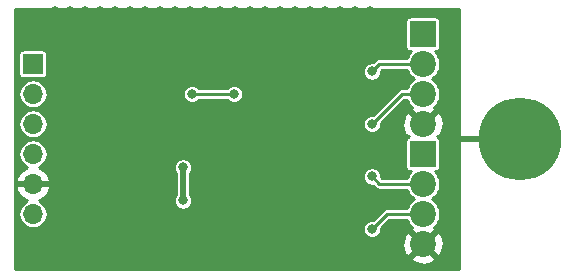
<source format=gbr>
G04 #@! TF.GenerationSoftware,KiCad,Pcbnew,5.1.2-f72e74a~84~ubuntu18.04.1*
G04 #@! TF.CreationDate,2019-06-21T19:35:54+10:00*
G04 #@! TF.ProjectId,axis-encoder,61786973-2d65-46e6-936f-6465722e6b69,21/06/19*
G04 #@! TF.SameCoordinates,Original*
G04 #@! TF.FileFunction,Copper,L2,Bot*
G04 #@! TF.FilePolarity,Positive*
%FSLAX46Y46*%
G04 Gerber Fmt 4.6, Leading zero omitted, Abs format (unit mm)*
G04 Created by KiCad (PCBNEW 5.1.2-f72e74a~84~ubuntu18.04.1) date 2019-06-21 19:35:54*
%MOMM*%
%LPD*%
G04 APERTURE LIST*
%ADD10C,7.000000*%
%ADD11C,0.800000*%
%ADD12R,1.700000X1.700000*%
%ADD13O,1.700000X1.700000*%
%ADD14R,2.200000X2.200000*%
%ADD15C,2.200000*%
%ADD16C,0.500000*%
%ADD17C,0.250000*%
%ADD18C,0.254000*%
G04 APERTURE END LIST*
D10*
X165100000Y-97790000D03*
D11*
X167725000Y-97790000D03*
X166956155Y-99646155D03*
X165100000Y-100415000D03*
X163243845Y-99646155D03*
X162475000Y-97790000D03*
X163243845Y-95933845D03*
X165100000Y-95165000D03*
X166956155Y-95933845D03*
D12*
X123825000Y-91440000D03*
D13*
X123825000Y-93980000D03*
X123825000Y-96520000D03*
X123825000Y-99060000D03*
X123825000Y-101600000D03*
X123825000Y-104140000D03*
D14*
X156845000Y-88900000D03*
D15*
X156845000Y-91440000D03*
X156845000Y-93980000D03*
X156845000Y-96520000D03*
X156845000Y-106680000D03*
X156845000Y-104140000D03*
X156845000Y-101600000D03*
D14*
X156845000Y-99060000D03*
D11*
X133350000Y-86995000D03*
X134620000Y-86995000D03*
X135890000Y-86995000D03*
X137160000Y-86995000D03*
X138430000Y-86995000D03*
X139700000Y-86995000D03*
X140970000Y-86995000D03*
X142240000Y-86995000D03*
X143510000Y-86995000D03*
X144780000Y-86995000D03*
X146050000Y-86995000D03*
X147320000Y-86995000D03*
X148590000Y-86995000D03*
X149860000Y-86995000D03*
X151130000Y-86995000D03*
X152400000Y-86995000D03*
X125730000Y-86995000D03*
X128270000Y-86995000D03*
X129540000Y-86995000D03*
X130810000Y-86995000D03*
X132080000Y-86995000D03*
X147955000Y-105410000D03*
X147955000Y-100965000D03*
X147955000Y-96520000D03*
X147955000Y-92075000D03*
X139065000Y-98425000D03*
X145415000Y-94742000D03*
X146050000Y-104140000D03*
X128778000Y-92710000D03*
X128778000Y-95250000D03*
X128778000Y-97790000D03*
X128778000Y-100330000D03*
X137795000Y-106680000D03*
X144145000Y-99060000D03*
X127000000Y-86995000D03*
X126365000Y-106045000D03*
X135001000Y-106807000D03*
X139065000Y-89281000D03*
X140843000Y-93980000D03*
X137287000Y-93980000D03*
X136525000Y-100203000D03*
X136525000Y-102997000D03*
X152527000Y-100965000D03*
X152527000Y-105410000D03*
X152527000Y-92075000D03*
X152527000Y-96520000D03*
D16*
X162475000Y-97790000D02*
X158750000Y-97790000D01*
D17*
X137287000Y-93980000D02*
X140843000Y-93980000D01*
D16*
X136525000Y-102997000D02*
X136525000Y-100203000D01*
D17*
X153162000Y-101600000D02*
X152527000Y-100965000D01*
X156845000Y-101600000D02*
X153162000Y-101600000D01*
X153797000Y-104140000D02*
X152527000Y-105410000D01*
X156845000Y-104140000D02*
X153797000Y-104140000D01*
X153162000Y-91440000D02*
X152527000Y-92075000D01*
X156845000Y-91440000D02*
X153162000Y-91440000D01*
X155067000Y-93980000D02*
X152527000Y-96520000D01*
X156845000Y-93980000D02*
X155067000Y-93980000D01*
D18*
G36*
X159893000Y-108793000D02*
G01*
X122322000Y-108793000D01*
X122322000Y-107886712D01*
X155817893Y-107886712D01*
X155925726Y-108161338D01*
X156232384Y-108312216D01*
X156562585Y-108400369D01*
X156903639Y-108422409D01*
X157242439Y-108377489D01*
X157565966Y-108267336D01*
X157764274Y-108161338D01*
X157872107Y-107886712D01*
X156845000Y-106859605D01*
X155817893Y-107886712D01*
X122322000Y-107886712D01*
X122322000Y-106738639D01*
X155102591Y-106738639D01*
X155147511Y-107077439D01*
X155257664Y-107400966D01*
X155363662Y-107599274D01*
X155638288Y-107707107D01*
X156665395Y-106680000D01*
X157024605Y-106680000D01*
X158051712Y-107707107D01*
X158326338Y-107599274D01*
X158477216Y-107292616D01*
X158565369Y-106962415D01*
X158587409Y-106621361D01*
X158542489Y-106282561D01*
X158432336Y-105959034D01*
X158326338Y-105760726D01*
X158051712Y-105652893D01*
X157024605Y-106680000D01*
X156665395Y-106680000D01*
X155638288Y-105652893D01*
X155363662Y-105760726D01*
X155212784Y-106067384D01*
X155124631Y-106397585D01*
X155102591Y-106738639D01*
X122322000Y-106738639D01*
X122322000Y-101956890D01*
X122383524Y-101956890D01*
X122428175Y-102104099D01*
X122553359Y-102366920D01*
X122727412Y-102600269D01*
X122943645Y-102795178D01*
X123193748Y-102944157D01*
X123353488Y-103000821D01*
X123353176Y-103000916D01*
X123140017Y-103114851D01*
X122953183Y-103268183D01*
X122799851Y-103455017D01*
X122685916Y-103668176D01*
X122615755Y-103899466D01*
X122592064Y-104140000D01*
X122615755Y-104380534D01*
X122685916Y-104611824D01*
X122799851Y-104824983D01*
X122953183Y-105011817D01*
X123140017Y-105165149D01*
X123353176Y-105279084D01*
X123584466Y-105349245D01*
X123764732Y-105367000D01*
X123885268Y-105367000D01*
X124065534Y-105349245D01*
X124296824Y-105279084D01*
X124509983Y-105165149D01*
X124696817Y-105011817D01*
X124850149Y-104824983D01*
X124964084Y-104611824D01*
X125034245Y-104380534D01*
X125057936Y-104140000D01*
X125034245Y-103899466D01*
X124964084Y-103668176D01*
X124850149Y-103455017D01*
X124696817Y-103268183D01*
X124509983Y-103114851D01*
X124296824Y-103000916D01*
X124296512Y-103000821D01*
X124456252Y-102944157D01*
X124706355Y-102795178D01*
X124922588Y-102600269D01*
X125096641Y-102366920D01*
X125221825Y-102104099D01*
X125266476Y-101956890D01*
X125145155Y-101727000D01*
X123952000Y-101727000D01*
X123952000Y-101747000D01*
X123698000Y-101747000D01*
X123698000Y-101727000D01*
X122504845Y-101727000D01*
X122383524Y-101956890D01*
X122322000Y-101956890D01*
X122322000Y-101243110D01*
X122383524Y-101243110D01*
X122504845Y-101473000D01*
X123698000Y-101473000D01*
X123698000Y-101453000D01*
X123952000Y-101453000D01*
X123952000Y-101473000D01*
X125145155Y-101473000D01*
X125266476Y-101243110D01*
X125221825Y-101095901D01*
X125096641Y-100833080D01*
X124922588Y-100599731D01*
X124706355Y-100404822D01*
X124456252Y-100255843D01*
X124296512Y-100199179D01*
X124296824Y-100199084D01*
X124432672Y-100126472D01*
X135748000Y-100126472D01*
X135748000Y-100279528D01*
X135777859Y-100429643D01*
X135836431Y-100571048D01*
X135898001Y-100663194D01*
X135898000Y-102536807D01*
X135836431Y-102628952D01*
X135777859Y-102770357D01*
X135748000Y-102920472D01*
X135748000Y-103073528D01*
X135777859Y-103223643D01*
X135836431Y-103365048D01*
X135921464Y-103492309D01*
X136029691Y-103600536D01*
X136156952Y-103685569D01*
X136298357Y-103744141D01*
X136448472Y-103774000D01*
X136601528Y-103774000D01*
X136751643Y-103744141D01*
X136893048Y-103685569D01*
X137020309Y-103600536D01*
X137128536Y-103492309D01*
X137213569Y-103365048D01*
X137272141Y-103223643D01*
X137302000Y-103073528D01*
X137302000Y-102920472D01*
X137272141Y-102770357D01*
X137213569Y-102628952D01*
X137152000Y-102536807D01*
X137152000Y-100888472D01*
X151750000Y-100888472D01*
X151750000Y-101041528D01*
X151779859Y-101191643D01*
X151838431Y-101333048D01*
X151923464Y-101460309D01*
X152031691Y-101568536D01*
X152158952Y-101653569D01*
X152300357Y-101712141D01*
X152450472Y-101742000D01*
X152594065Y-101742000D01*
X152789607Y-101937543D01*
X152805316Y-101956684D01*
X152824456Y-101972392D01*
X152824464Y-101972400D01*
X152881754Y-102019417D01*
X152968963Y-102066031D01*
X153063590Y-102094736D01*
X153072432Y-102095607D01*
X153137347Y-102102000D01*
X153137354Y-102102000D01*
X153162000Y-102104427D01*
X153186645Y-102102000D01*
X155454242Y-102102000D01*
X155536099Y-102299622D01*
X155697739Y-102541533D01*
X155903467Y-102747261D01*
X156087159Y-102870000D01*
X155903467Y-102992739D01*
X155697739Y-103198467D01*
X155536099Y-103440378D01*
X155454242Y-103638000D01*
X153821642Y-103638000D01*
X153796999Y-103635573D01*
X153772356Y-103638000D01*
X153772347Y-103638000D01*
X153698591Y-103645264D01*
X153603964Y-103673969D01*
X153516755Y-103720583D01*
X153440316Y-103783316D01*
X153424603Y-103802462D01*
X152594066Y-104633000D01*
X152450472Y-104633000D01*
X152300357Y-104662859D01*
X152158952Y-104721431D01*
X152031691Y-104806464D01*
X151923464Y-104914691D01*
X151838431Y-105041952D01*
X151779859Y-105183357D01*
X151750000Y-105333472D01*
X151750000Y-105486528D01*
X151779859Y-105636643D01*
X151838431Y-105778048D01*
X151923464Y-105905309D01*
X152031691Y-106013536D01*
X152158952Y-106098569D01*
X152300357Y-106157141D01*
X152450472Y-106187000D01*
X152603528Y-106187000D01*
X152753643Y-106157141D01*
X152895048Y-106098569D01*
X153022309Y-106013536D01*
X153130536Y-105905309D01*
X153215569Y-105778048D01*
X153274141Y-105636643D01*
X153304000Y-105486528D01*
X153304000Y-105342934D01*
X154004935Y-104642000D01*
X155454242Y-104642000D01*
X155536099Y-104839622D01*
X155697739Y-105081533D01*
X155894470Y-105278264D01*
X155817893Y-105473288D01*
X156845000Y-106500395D01*
X157872107Y-105473288D01*
X157795530Y-105278264D01*
X157992261Y-105081533D01*
X158153901Y-104839622D01*
X158265240Y-104570825D01*
X158322000Y-104285472D01*
X158322000Y-103994528D01*
X158265240Y-103709175D01*
X158153901Y-103440378D01*
X157992261Y-103198467D01*
X157786533Y-102992739D01*
X157602841Y-102870000D01*
X157786533Y-102747261D01*
X157992261Y-102541533D01*
X158153901Y-102299622D01*
X158265240Y-102030825D01*
X158322000Y-101745472D01*
X158322000Y-101454528D01*
X158265240Y-101169175D01*
X158153901Y-100900378D01*
X157992261Y-100658467D01*
X157872618Y-100538824D01*
X157945000Y-100538824D01*
X158018905Y-100531545D01*
X158089970Y-100509988D01*
X158155463Y-100474981D01*
X158212869Y-100427869D01*
X158259981Y-100370463D01*
X158294988Y-100304970D01*
X158316545Y-100233905D01*
X158323824Y-100160000D01*
X158323824Y-97960000D01*
X158316545Y-97886095D01*
X158294988Y-97815030D01*
X158259981Y-97749537D01*
X158212869Y-97692131D01*
X158155463Y-97645019D01*
X158142926Y-97638318D01*
X158051714Y-97547106D01*
X158326338Y-97439274D01*
X158477216Y-97132616D01*
X158565369Y-96802415D01*
X158587409Y-96461361D01*
X158542489Y-96122561D01*
X158432336Y-95799034D01*
X158326338Y-95600726D01*
X158051712Y-95492893D01*
X157024605Y-96520000D01*
X157038748Y-96534143D01*
X156859143Y-96713748D01*
X156845000Y-96699605D01*
X156830858Y-96713748D01*
X156651253Y-96534143D01*
X156665395Y-96520000D01*
X155638288Y-95492893D01*
X155363662Y-95600726D01*
X155212784Y-95907384D01*
X155124631Y-96237585D01*
X155102591Y-96578639D01*
X155147511Y-96917439D01*
X155257664Y-97240966D01*
X155363662Y-97439274D01*
X155638286Y-97547106D01*
X155547074Y-97638318D01*
X155534537Y-97645019D01*
X155477131Y-97692131D01*
X155430019Y-97749537D01*
X155395012Y-97815030D01*
X155373455Y-97886095D01*
X155366176Y-97960000D01*
X155366176Y-100160000D01*
X155373455Y-100233905D01*
X155395012Y-100304970D01*
X155430019Y-100370463D01*
X155477131Y-100427869D01*
X155534537Y-100474981D01*
X155600030Y-100509988D01*
X155671095Y-100531545D01*
X155745000Y-100538824D01*
X155817382Y-100538824D01*
X155697739Y-100658467D01*
X155536099Y-100900378D01*
X155454242Y-101098000D01*
X153369936Y-101098000D01*
X153304000Y-101032065D01*
X153304000Y-100888472D01*
X153274141Y-100738357D01*
X153215569Y-100596952D01*
X153130536Y-100469691D01*
X153022309Y-100361464D01*
X152895048Y-100276431D01*
X152753643Y-100217859D01*
X152603528Y-100188000D01*
X152450472Y-100188000D01*
X152300357Y-100217859D01*
X152158952Y-100276431D01*
X152031691Y-100361464D01*
X151923464Y-100469691D01*
X151838431Y-100596952D01*
X151779859Y-100738357D01*
X151750000Y-100888472D01*
X137152000Y-100888472D01*
X137152000Y-100663193D01*
X137213569Y-100571048D01*
X137272141Y-100429643D01*
X137302000Y-100279528D01*
X137302000Y-100126472D01*
X137272141Y-99976357D01*
X137213569Y-99834952D01*
X137128536Y-99707691D01*
X137020309Y-99599464D01*
X136893048Y-99514431D01*
X136751643Y-99455859D01*
X136601528Y-99426000D01*
X136448472Y-99426000D01*
X136298357Y-99455859D01*
X136156952Y-99514431D01*
X136029691Y-99599464D01*
X135921464Y-99707691D01*
X135836431Y-99834952D01*
X135777859Y-99976357D01*
X135748000Y-100126472D01*
X124432672Y-100126472D01*
X124509983Y-100085149D01*
X124696817Y-99931817D01*
X124850149Y-99744983D01*
X124964084Y-99531824D01*
X125034245Y-99300534D01*
X125057936Y-99060000D01*
X125034245Y-98819466D01*
X124964084Y-98588176D01*
X124850149Y-98375017D01*
X124696817Y-98188183D01*
X124509983Y-98034851D01*
X124296824Y-97920916D01*
X124065534Y-97850755D01*
X123885268Y-97833000D01*
X123764732Y-97833000D01*
X123584466Y-97850755D01*
X123353176Y-97920916D01*
X123140017Y-98034851D01*
X122953183Y-98188183D01*
X122799851Y-98375017D01*
X122685916Y-98588176D01*
X122615755Y-98819466D01*
X122592064Y-99060000D01*
X122615755Y-99300534D01*
X122685916Y-99531824D01*
X122799851Y-99744983D01*
X122953183Y-99931817D01*
X123140017Y-100085149D01*
X123353176Y-100199084D01*
X123353488Y-100199179D01*
X123193748Y-100255843D01*
X122943645Y-100404822D01*
X122727412Y-100599731D01*
X122553359Y-100833080D01*
X122428175Y-101095901D01*
X122383524Y-101243110D01*
X122322000Y-101243110D01*
X122322000Y-96520000D01*
X122592064Y-96520000D01*
X122615755Y-96760534D01*
X122685916Y-96991824D01*
X122799851Y-97204983D01*
X122953183Y-97391817D01*
X123140017Y-97545149D01*
X123353176Y-97659084D01*
X123584466Y-97729245D01*
X123764732Y-97747000D01*
X123885268Y-97747000D01*
X124065534Y-97729245D01*
X124296824Y-97659084D01*
X124509983Y-97545149D01*
X124696817Y-97391817D01*
X124850149Y-97204983D01*
X124964084Y-96991824D01*
X125034245Y-96760534D01*
X125057936Y-96520000D01*
X125034245Y-96279466D01*
X124964084Y-96048176D01*
X124850149Y-95835017D01*
X124696817Y-95648183D01*
X124509983Y-95494851D01*
X124296824Y-95380916D01*
X124065534Y-95310755D01*
X123885268Y-95293000D01*
X123764732Y-95293000D01*
X123584466Y-95310755D01*
X123353176Y-95380916D01*
X123140017Y-95494851D01*
X122953183Y-95648183D01*
X122799851Y-95835017D01*
X122685916Y-96048176D01*
X122615755Y-96279466D01*
X122592064Y-96520000D01*
X122322000Y-96520000D01*
X122322000Y-93980000D01*
X122592064Y-93980000D01*
X122615755Y-94220534D01*
X122685916Y-94451824D01*
X122799851Y-94664983D01*
X122953183Y-94851817D01*
X123140017Y-95005149D01*
X123353176Y-95119084D01*
X123584466Y-95189245D01*
X123764732Y-95207000D01*
X123885268Y-95207000D01*
X124065534Y-95189245D01*
X124296824Y-95119084D01*
X124509983Y-95005149D01*
X124696817Y-94851817D01*
X124850149Y-94664983D01*
X124964084Y-94451824D01*
X125034245Y-94220534D01*
X125057936Y-93980000D01*
X125050399Y-93903472D01*
X136510000Y-93903472D01*
X136510000Y-94056528D01*
X136539859Y-94206643D01*
X136598431Y-94348048D01*
X136683464Y-94475309D01*
X136791691Y-94583536D01*
X136918952Y-94668569D01*
X137060357Y-94727141D01*
X137210472Y-94757000D01*
X137363528Y-94757000D01*
X137513643Y-94727141D01*
X137655048Y-94668569D01*
X137782309Y-94583536D01*
X137883845Y-94482000D01*
X140246155Y-94482000D01*
X140347691Y-94583536D01*
X140474952Y-94668569D01*
X140616357Y-94727141D01*
X140766472Y-94757000D01*
X140919528Y-94757000D01*
X141069643Y-94727141D01*
X141211048Y-94668569D01*
X141338309Y-94583536D01*
X141446536Y-94475309D01*
X141531569Y-94348048D01*
X141590141Y-94206643D01*
X141620000Y-94056528D01*
X141620000Y-93903472D01*
X141590141Y-93753357D01*
X141531569Y-93611952D01*
X141446536Y-93484691D01*
X141338309Y-93376464D01*
X141211048Y-93291431D01*
X141069643Y-93232859D01*
X140919528Y-93203000D01*
X140766472Y-93203000D01*
X140616357Y-93232859D01*
X140474952Y-93291431D01*
X140347691Y-93376464D01*
X140246155Y-93478000D01*
X137883845Y-93478000D01*
X137782309Y-93376464D01*
X137655048Y-93291431D01*
X137513643Y-93232859D01*
X137363528Y-93203000D01*
X137210472Y-93203000D01*
X137060357Y-93232859D01*
X136918952Y-93291431D01*
X136791691Y-93376464D01*
X136683464Y-93484691D01*
X136598431Y-93611952D01*
X136539859Y-93753357D01*
X136510000Y-93903472D01*
X125050399Y-93903472D01*
X125034245Y-93739466D01*
X124964084Y-93508176D01*
X124850149Y-93295017D01*
X124696817Y-93108183D01*
X124509983Y-92954851D01*
X124296824Y-92840916D01*
X124065534Y-92770755D01*
X123885268Y-92753000D01*
X123764732Y-92753000D01*
X123584466Y-92770755D01*
X123353176Y-92840916D01*
X123140017Y-92954851D01*
X122953183Y-93108183D01*
X122799851Y-93295017D01*
X122685916Y-93508176D01*
X122615755Y-93739466D01*
X122592064Y-93980000D01*
X122322000Y-93980000D01*
X122322000Y-90590000D01*
X122596176Y-90590000D01*
X122596176Y-92290000D01*
X122603455Y-92363905D01*
X122625012Y-92434970D01*
X122660019Y-92500463D01*
X122707131Y-92557869D01*
X122764537Y-92604981D01*
X122830030Y-92639988D01*
X122901095Y-92661545D01*
X122975000Y-92668824D01*
X124675000Y-92668824D01*
X124748905Y-92661545D01*
X124819970Y-92639988D01*
X124885463Y-92604981D01*
X124942869Y-92557869D01*
X124989981Y-92500463D01*
X125024988Y-92434970D01*
X125046545Y-92363905D01*
X125053824Y-92290000D01*
X125053824Y-91998472D01*
X151750000Y-91998472D01*
X151750000Y-92151528D01*
X151779859Y-92301643D01*
X151838431Y-92443048D01*
X151923464Y-92570309D01*
X152031691Y-92678536D01*
X152158952Y-92763569D01*
X152300357Y-92822141D01*
X152450472Y-92852000D01*
X152603528Y-92852000D01*
X152753643Y-92822141D01*
X152895048Y-92763569D01*
X153022309Y-92678536D01*
X153130536Y-92570309D01*
X153215569Y-92443048D01*
X153274141Y-92301643D01*
X153304000Y-92151528D01*
X153304000Y-92007935D01*
X153369936Y-91942000D01*
X155454242Y-91942000D01*
X155536099Y-92139622D01*
X155697739Y-92381533D01*
X155903467Y-92587261D01*
X156087159Y-92710000D01*
X155903467Y-92832739D01*
X155697739Y-93038467D01*
X155536099Y-93280378D01*
X155454242Y-93478000D01*
X155091642Y-93478000D01*
X155066999Y-93475573D01*
X155042356Y-93478000D01*
X155042347Y-93478000D01*
X154968591Y-93485264D01*
X154873964Y-93513969D01*
X154786755Y-93560583D01*
X154710316Y-93623316D01*
X154694603Y-93642462D01*
X152594066Y-95743000D01*
X152450472Y-95743000D01*
X152300357Y-95772859D01*
X152158952Y-95831431D01*
X152031691Y-95916464D01*
X151923464Y-96024691D01*
X151838431Y-96151952D01*
X151779859Y-96293357D01*
X151750000Y-96443472D01*
X151750000Y-96596528D01*
X151779859Y-96746643D01*
X151838431Y-96888048D01*
X151923464Y-97015309D01*
X152031691Y-97123536D01*
X152158952Y-97208569D01*
X152300357Y-97267141D01*
X152450472Y-97297000D01*
X152603528Y-97297000D01*
X152753643Y-97267141D01*
X152895048Y-97208569D01*
X153022309Y-97123536D01*
X153130536Y-97015309D01*
X153215569Y-96888048D01*
X153274141Y-96746643D01*
X153304000Y-96596528D01*
X153304000Y-96452934D01*
X155274935Y-94482000D01*
X155454242Y-94482000D01*
X155536099Y-94679622D01*
X155697739Y-94921533D01*
X155894470Y-95118264D01*
X155817893Y-95313288D01*
X156845000Y-96340395D01*
X157872107Y-95313288D01*
X157795530Y-95118264D01*
X157992261Y-94921533D01*
X158153901Y-94679622D01*
X158265240Y-94410825D01*
X158322000Y-94125472D01*
X158322000Y-93834528D01*
X158265240Y-93549175D01*
X158153901Y-93280378D01*
X157992261Y-93038467D01*
X157786533Y-92832739D01*
X157602841Y-92710000D01*
X157786533Y-92587261D01*
X157992261Y-92381533D01*
X158153901Y-92139622D01*
X158265240Y-91870825D01*
X158322000Y-91585472D01*
X158322000Y-91294528D01*
X158265240Y-91009175D01*
X158153901Y-90740378D01*
X157992261Y-90498467D01*
X157872618Y-90378824D01*
X157945000Y-90378824D01*
X158018905Y-90371545D01*
X158089970Y-90349988D01*
X158155463Y-90314981D01*
X158212869Y-90267869D01*
X158259981Y-90210463D01*
X158294988Y-90144970D01*
X158316545Y-90073905D01*
X158323824Y-90000000D01*
X158323824Y-87800000D01*
X158316545Y-87726095D01*
X158294988Y-87655030D01*
X158259981Y-87589537D01*
X158212869Y-87532131D01*
X158155463Y-87485019D01*
X158089970Y-87450012D01*
X158018905Y-87428455D01*
X157945000Y-87421176D01*
X155745000Y-87421176D01*
X155671095Y-87428455D01*
X155600030Y-87450012D01*
X155534537Y-87485019D01*
X155477131Y-87532131D01*
X155430019Y-87589537D01*
X155395012Y-87655030D01*
X155373455Y-87726095D01*
X155366176Y-87800000D01*
X155366176Y-90000000D01*
X155373455Y-90073905D01*
X155395012Y-90144970D01*
X155430019Y-90210463D01*
X155477131Y-90267869D01*
X155534537Y-90314981D01*
X155600030Y-90349988D01*
X155671095Y-90371545D01*
X155745000Y-90378824D01*
X155817382Y-90378824D01*
X155697739Y-90498467D01*
X155536099Y-90740378D01*
X155454242Y-90938000D01*
X153186645Y-90938000D01*
X153162000Y-90935573D01*
X153137354Y-90938000D01*
X153137347Y-90938000D01*
X153072432Y-90944393D01*
X153063590Y-90945264D01*
X152968963Y-90973969D01*
X152881754Y-91020583D01*
X152824464Y-91067600D01*
X152824456Y-91067608D01*
X152805316Y-91083316D01*
X152789607Y-91102457D01*
X152594065Y-91298000D01*
X152450472Y-91298000D01*
X152300357Y-91327859D01*
X152158952Y-91386431D01*
X152031691Y-91471464D01*
X151923464Y-91579691D01*
X151838431Y-91706952D01*
X151779859Y-91848357D01*
X151750000Y-91998472D01*
X125053824Y-91998472D01*
X125053824Y-90590000D01*
X125046545Y-90516095D01*
X125024988Y-90445030D01*
X124989981Y-90379537D01*
X124942869Y-90322131D01*
X124885463Y-90275019D01*
X124819970Y-90240012D01*
X124748905Y-90218455D01*
X124675000Y-90211176D01*
X122975000Y-90211176D01*
X122901095Y-90218455D01*
X122830030Y-90240012D01*
X122764537Y-90275019D01*
X122707131Y-90322131D01*
X122660019Y-90379537D01*
X122625012Y-90445030D01*
X122603455Y-90516095D01*
X122596176Y-90590000D01*
X122322000Y-90590000D01*
X122322000Y-86787000D01*
X159893000Y-86787000D01*
X159893000Y-108793000D01*
X159893000Y-108793000D01*
G37*
X159893000Y-108793000D02*
X122322000Y-108793000D01*
X122322000Y-107886712D01*
X155817893Y-107886712D01*
X155925726Y-108161338D01*
X156232384Y-108312216D01*
X156562585Y-108400369D01*
X156903639Y-108422409D01*
X157242439Y-108377489D01*
X157565966Y-108267336D01*
X157764274Y-108161338D01*
X157872107Y-107886712D01*
X156845000Y-106859605D01*
X155817893Y-107886712D01*
X122322000Y-107886712D01*
X122322000Y-106738639D01*
X155102591Y-106738639D01*
X155147511Y-107077439D01*
X155257664Y-107400966D01*
X155363662Y-107599274D01*
X155638288Y-107707107D01*
X156665395Y-106680000D01*
X157024605Y-106680000D01*
X158051712Y-107707107D01*
X158326338Y-107599274D01*
X158477216Y-107292616D01*
X158565369Y-106962415D01*
X158587409Y-106621361D01*
X158542489Y-106282561D01*
X158432336Y-105959034D01*
X158326338Y-105760726D01*
X158051712Y-105652893D01*
X157024605Y-106680000D01*
X156665395Y-106680000D01*
X155638288Y-105652893D01*
X155363662Y-105760726D01*
X155212784Y-106067384D01*
X155124631Y-106397585D01*
X155102591Y-106738639D01*
X122322000Y-106738639D01*
X122322000Y-101956890D01*
X122383524Y-101956890D01*
X122428175Y-102104099D01*
X122553359Y-102366920D01*
X122727412Y-102600269D01*
X122943645Y-102795178D01*
X123193748Y-102944157D01*
X123353488Y-103000821D01*
X123353176Y-103000916D01*
X123140017Y-103114851D01*
X122953183Y-103268183D01*
X122799851Y-103455017D01*
X122685916Y-103668176D01*
X122615755Y-103899466D01*
X122592064Y-104140000D01*
X122615755Y-104380534D01*
X122685916Y-104611824D01*
X122799851Y-104824983D01*
X122953183Y-105011817D01*
X123140017Y-105165149D01*
X123353176Y-105279084D01*
X123584466Y-105349245D01*
X123764732Y-105367000D01*
X123885268Y-105367000D01*
X124065534Y-105349245D01*
X124296824Y-105279084D01*
X124509983Y-105165149D01*
X124696817Y-105011817D01*
X124850149Y-104824983D01*
X124964084Y-104611824D01*
X125034245Y-104380534D01*
X125057936Y-104140000D01*
X125034245Y-103899466D01*
X124964084Y-103668176D01*
X124850149Y-103455017D01*
X124696817Y-103268183D01*
X124509983Y-103114851D01*
X124296824Y-103000916D01*
X124296512Y-103000821D01*
X124456252Y-102944157D01*
X124706355Y-102795178D01*
X124922588Y-102600269D01*
X125096641Y-102366920D01*
X125221825Y-102104099D01*
X125266476Y-101956890D01*
X125145155Y-101727000D01*
X123952000Y-101727000D01*
X123952000Y-101747000D01*
X123698000Y-101747000D01*
X123698000Y-101727000D01*
X122504845Y-101727000D01*
X122383524Y-101956890D01*
X122322000Y-101956890D01*
X122322000Y-101243110D01*
X122383524Y-101243110D01*
X122504845Y-101473000D01*
X123698000Y-101473000D01*
X123698000Y-101453000D01*
X123952000Y-101453000D01*
X123952000Y-101473000D01*
X125145155Y-101473000D01*
X125266476Y-101243110D01*
X125221825Y-101095901D01*
X125096641Y-100833080D01*
X124922588Y-100599731D01*
X124706355Y-100404822D01*
X124456252Y-100255843D01*
X124296512Y-100199179D01*
X124296824Y-100199084D01*
X124432672Y-100126472D01*
X135748000Y-100126472D01*
X135748000Y-100279528D01*
X135777859Y-100429643D01*
X135836431Y-100571048D01*
X135898001Y-100663194D01*
X135898000Y-102536807D01*
X135836431Y-102628952D01*
X135777859Y-102770357D01*
X135748000Y-102920472D01*
X135748000Y-103073528D01*
X135777859Y-103223643D01*
X135836431Y-103365048D01*
X135921464Y-103492309D01*
X136029691Y-103600536D01*
X136156952Y-103685569D01*
X136298357Y-103744141D01*
X136448472Y-103774000D01*
X136601528Y-103774000D01*
X136751643Y-103744141D01*
X136893048Y-103685569D01*
X137020309Y-103600536D01*
X137128536Y-103492309D01*
X137213569Y-103365048D01*
X137272141Y-103223643D01*
X137302000Y-103073528D01*
X137302000Y-102920472D01*
X137272141Y-102770357D01*
X137213569Y-102628952D01*
X137152000Y-102536807D01*
X137152000Y-100888472D01*
X151750000Y-100888472D01*
X151750000Y-101041528D01*
X151779859Y-101191643D01*
X151838431Y-101333048D01*
X151923464Y-101460309D01*
X152031691Y-101568536D01*
X152158952Y-101653569D01*
X152300357Y-101712141D01*
X152450472Y-101742000D01*
X152594065Y-101742000D01*
X152789607Y-101937543D01*
X152805316Y-101956684D01*
X152824456Y-101972392D01*
X152824464Y-101972400D01*
X152881754Y-102019417D01*
X152968963Y-102066031D01*
X153063590Y-102094736D01*
X153072432Y-102095607D01*
X153137347Y-102102000D01*
X153137354Y-102102000D01*
X153162000Y-102104427D01*
X153186645Y-102102000D01*
X155454242Y-102102000D01*
X155536099Y-102299622D01*
X155697739Y-102541533D01*
X155903467Y-102747261D01*
X156087159Y-102870000D01*
X155903467Y-102992739D01*
X155697739Y-103198467D01*
X155536099Y-103440378D01*
X155454242Y-103638000D01*
X153821642Y-103638000D01*
X153796999Y-103635573D01*
X153772356Y-103638000D01*
X153772347Y-103638000D01*
X153698591Y-103645264D01*
X153603964Y-103673969D01*
X153516755Y-103720583D01*
X153440316Y-103783316D01*
X153424603Y-103802462D01*
X152594066Y-104633000D01*
X152450472Y-104633000D01*
X152300357Y-104662859D01*
X152158952Y-104721431D01*
X152031691Y-104806464D01*
X151923464Y-104914691D01*
X151838431Y-105041952D01*
X151779859Y-105183357D01*
X151750000Y-105333472D01*
X151750000Y-105486528D01*
X151779859Y-105636643D01*
X151838431Y-105778048D01*
X151923464Y-105905309D01*
X152031691Y-106013536D01*
X152158952Y-106098569D01*
X152300357Y-106157141D01*
X152450472Y-106187000D01*
X152603528Y-106187000D01*
X152753643Y-106157141D01*
X152895048Y-106098569D01*
X153022309Y-106013536D01*
X153130536Y-105905309D01*
X153215569Y-105778048D01*
X153274141Y-105636643D01*
X153304000Y-105486528D01*
X153304000Y-105342934D01*
X154004935Y-104642000D01*
X155454242Y-104642000D01*
X155536099Y-104839622D01*
X155697739Y-105081533D01*
X155894470Y-105278264D01*
X155817893Y-105473288D01*
X156845000Y-106500395D01*
X157872107Y-105473288D01*
X157795530Y-105278264D01*
X157992261Y-105081533D01*
X158153901Y-104839622D01*
X158265240Y-104570825D01*
X158322000Y-104285472D01*
X158322000Y-103994528D01*
X158265240Y-103709175D01*
X158153901Y-103440378D01*
X157992261Y-103198467D01*
X157786533Y-102992739D01*
X157602841Y-102870000D01*
X157786533Y-102747261D01*
X157992261Y-102541533D01*
X158153901Y-102299622D01*
X158265240Y-102030825D01*
X158322000Y-101745472D01*
X158322000Y-101454528D01*
X158265240Y-101169175D01*
X158153901Y-100900378D01*
X157992261Y-100658467D01*
X157872618Y-100538824D01*
X157945000Y-100538824D01*
X158018905Y-100531545D01*
X158089970Y-100509988D01*
X158155463Y-100474981D01*
X158212869Y-100427869D01*
X158259981Y-100370463D01*
X158294988Y-100304970D01*
X158316545Y-100233905D01*
X158323824Y-100160000D01*
X158323824Y-97960000D01*
X158316545Y-97886095D01*
X158294988Y-97815030D01*
X158259981Y-97749537D01*
X158212869Y-97692131D01*
X158155463Y-97645019D01*
X158142926Y-97638318D01*
X158051714Y-97547106D01*
X158326338Y-97439274D01*
X158477216Y-97132616D01*
X158565369Y-96802415D01*
X158587409Y-96461361D01*
X158542489Y-96122561D01*
X158432336Y-95799034D01*
X158326338Y-95600726D01*
X158051712Y-95492893D01*
X157024605Y-96520000D01*
X157038748Y-96534143D01*
X156859143Y-96713748D01*
X156845000Y-96699605D01*
X156830858Y-96713748D01*
X156651253Y-96534143D01*
X156665395Y-96520000D01*
X155638288Y-95492893D01*
X155363662Y-95600726D01*
X155212784Y-95907384D01*
X155124631Y-96237585D01*
X155102591Y-96578639D01*
X155147511Y-96917439D01*
X155257664Y-97240966D01*
X155363662Y-97439274D01*
X155638286Y-97547106D01*
X155547074Y-97638318D01*
X155534537Y-97645019D01*
X155477131Y-97692131D01*
X155430019Y-97749537D01*
X155395012Y-97815030D01*
X155373455Y-97886095D01*
X155366176Y-97960000D01*
X155366176Y-100160000D01*
X155373455Y-100233905D01*
X155395012Y-100304970D01*
X155430019Y-100370463D01*
X155477131Y-100427869D01*
X155534537Y-100474981D01*
X155600030Y-100509988D01*
X155671095Y-100531545D01*
X155745000Y-100538824D01*
X155817382Y-100538824D01*
X155697739Y-100658467D01*
X155536099Y-100900378D01*
X155454242Y-101098000D01*
X153369936Y-101098000D01*
X153304000Y-101032065D01*
X153304000Y-100888472D01*
X153274141Y-100738357D01*
X153215569Y-100596952D01*
X153130536Y-100469691D01*
X153022309Y-100361464D01*
X152895048Y-100276431D01*
X152753643Y-100217859D01*
X152603528Y-100188000D01*
X152450472Y-100188000D01*
X152300357Y-100217859D01*
X152158952Y-100276431D01*
X152031691Y-100361464D01*
X151923464Y-100469691D01*
X151838431Y-100596952D01*
X151779859Y-100738357D01*
X151750000Y-100888472D01*
X137152000Y-100888472D01*
X137152000Y-100663193D01*
X137213569Y-100571048D01*
X137272141Y-100429643D01*
X137302000Y-100279528D01*
X137302000Y-100126472D01*
X137272141Y-99976357D01*
X137213569Y-99834952D01*
X137128536Y-99707691D01*
X137020309Y-99599464D01*
X136893048Y-99514431D01*
X136751643Y-99455859D01*
X136601528Y-99426000D01*
X136448472Y-99426000D01*
X136298357Y-99455859D01*
X136156952Y-99514431D01*
X136029691Y-99599464D01*
X135921464Y-99707691D01*
X135836431Y-99834952D01*
X135777859Y-99976357D01*
X135748000Y-100126472D01*
X124432672Y-100126472D01*
X124509983Y-100085149D01*
X124696817Y-99931817D01*
X124850149Y-99744983D01*
X124964084Y-99531824D01*
X125034245Y-99300534D01*
X125057936Y-99060000D01*
X125034245Y-98819466D01*
X124964084Y-98588176D01*
X124850149Y-98375017D01*
X124696817Y-98188183D01*
X124509983Y-98034851D01*
X124296824Y-97920916D01*
X124065534Y-97850755D01*
X123885268Y-97833000D01*
X123764732Y-97833000D01*
X123584466Y-97850755D01*
X123353176Y-97920916D01*
X123140017Y-98034851D01*
X122953183Y-98188183D01*
X122799851Y-98375017D01*
X122685916Y-98588176D01*
X122615755Y-98819466D01*
X122592064Y-99060000D01*
X122615755Y-99300534D01*
X122685916Y-99531824D01*
X122799851Y-99744983D01*
X122953183Y-99931817D01*
X123140017Y-100085149D01*
X123353176Y-100199084D01*
X123353488Y-100199179D01*
X123193748Y-100255843D01*
X122943645Y-100404822D01*
X122727412Y-100599731D01*
X122553359Y-100833080D01*
X122428175Y-101095901D01*
X122383524Y-101243110D01*
X122322000Y-101243110D01*
X122322000Y-96520000D01*
X122592064Y-96520000D01*
X122615755Y-96760534D01*
X122685916Y-96991824D01*
X122799851Y-97204983D01*
X122953183Y-97391817D01*
X123140017Y-97545149D01*
X123353176Y-97659084D01*
X123584466Y-97729245D01*
X123764732Y-97747000D01*
X123885268Y-97747000D01*
X124065534Y-97729245D01*
X124296824Y-97659084D01*
X124509983Y-97545149D01*
X124696817Y-97391817D01*
X124850149Y-97204983D01*
X124964084Y-96991824D01*
X125034245Y-96760534D01*
X125057936Y-96520000D01*
X125034245Y-96279466D01*
X124964084Y-96048176D01*
X124850149Y-95835017D01*
X124696817Y-95648183D01*
X124509983Y-95494851D01*
X124296824Y-95380916D01*
X124065534Y-95310755D01*
X123885268Y-95293000D01*
X123764732Y-95293000D01*
X123584466Y-95310755D01*
X123353176Y-95380916D01*
X123140017Y-95494851D01*
X122953183Y-95648183D01*
X122799851Y-95835017D01*
X122685916Y-96048176D01*
X122615755Y-96279466D01*
X122592064Y-96520000D01*
X122322000Y-96520000D01*
X122322000Y-93980000D01*
X122592064Y-93980000D01*
X122615755Y-94220534D01*
X122685916Y-94451824D01*
X122799851Y-94664983D01*
X122953183Y-94851817D01*
X123140017Y-95005149D01*
X123353176Y-95119084D01*
X123584466Y-95189245D01*
X123764732Y-95207000D01*
X123885268Y-95207000D01*
X124065534Y-95189245D01*
X124296824Y-95119084D01*
X124509983Y-95005149D01*
X124696817Y-94851817D01*
X124850149Y-94664983D01*
X124964084Y-94451824D01*
X125034245Y-94220534D01*
X125057936Y-93980000D01*
X125050399Y-93903472D01*
X136510000Y-93903472D01*
X136510000Y-94056528D01*
X136539859Y-94206643D01*
X136598431Y-94348048D01*
X136683464Y-94475309D01*
X136791691Y-94583536D01*
X136918952Y-94668569D01*
X137060357Y-94727141D01*
X137210472Y-94757000D01*
X137363528Y-94757000D01*
X137513643Y-94727141D01*
X137655048Y-94668569D01*
X137782309Y-94583536D01*
X137883845Y-94482000D01*
X140246155Y-94482000D01*
X140347691Y-94583536D01*
X140474952Y-94668569D01*
X140616357Y-94727141D01*
X140766472Y-94757000D01*
X140919528Y-94757000D01*
X141069643Y-94727141D01*
X141211048Y-94668569D01*
X141338309Y-94583536D01*
X141446536Y-94475309D01*
X141531569Y-94348048D01*
X141590141Y-94206643D01*
X141620000Y-94056528D01*
X141620000Y-93903472D01*
X141590141Y-93753357D01*
X141531569Y-93611952D01*
X141446536Y-93484691D01*
X141338309Y-93376464D01*
X141211048Y-93291431D01*
X141069643Y-93232859D01*
X140919528Y-93203000D01*
X140766472Y-93203000D01*
X140616357Y-93232859D01*
X140474952Y-93291431D01*
X140347691Y-93376464D01*
X140246155Y-93478000D01*
X137883845Y-93478000D01*
X137782309Y-93376464D01*
X137655048Y-93291431D01*
X137513643Y-93232859D01*
X137363528Y-93203000D01*
X137210472Y-93203000D01*
X137060357Y-93232859D01*
X136918952Y-93291431D01*
X136791691Y-93376464D01*
X136683464Y-93484691D01*
X136598431Y-93611952D01*
X136539859Y-93753357D01*
X136510000Y-93903472D01*
X125050399Y-93903472D01*
X125034245Y-93739466D01*
X124964084Y-93508176D01*
X124850149Y-93295017D01*
X124696817Y-93108183D01*
X124509983Y-92954851D01*
X124296824Y-92840916D01*
X124065534Y-92770755D01*
X123885268Y-92753000D01*
X123764732Y-92753000D01*
X123584466Y-92770755D01*
X123353176Y-92840916D01*
X123140017Y-92954851D01*
X122953183Y-93108183D01*
X122799851Y-93295017D01*
X122685916Y-93508176D01*
X122615755Y-93739466D01*
X122592064Y-93980000D01*
X122322000Y-93980000D01*
X122322000Y-90590000D01*
X122596176Y-90590000D01*
X122596176Y-92290000D01*
X122603455Y-92363905D01*
X122625012Y-92434970D01*
X122660019Y-92500463D01*
X122707131Y-92557869D01*
X122764537Y-92604981D01*
X122830030Y-92639988D01*
X122901095Y-92661545D01*
X122975000Y-92668824D01*
X124675000Y-92668824D01*
X124748905Y-92661545D01*
X124819970Y-92639988D01*
X124885463Y-92604981D01*
X124942869Y-92557869D01*
X124989981Y-92500463D01*
X125024988Y-92434970D01*
X125046545Y-92363905D01*
X125053824Y-92290000D01*
X125053824Y-91998472D01*
X151750000Y-91998472D01*
X151750000Y-92151528D01*
X151779859Y-92301643D01*
X151838431Y-92443048D01*
X151923464Y-92570309D01*
X152031691Y-92678536D01*
X152158952Y-92763569D01*
X152300357Y-92822141D01*
X152450472Y-92852000D01*
X152603528Y-92852000D01*
X152753643Y-92822141D01*
X152895048Y-92763569D01*
X153022309Y-92678536D01*
X153130536Y-92570309D01*
X153215569Y-92443048D01*
X153274141Y-92301643D01*
X153304000Y-92151528D01*
X153304000Y-92007935D01*
X153369936Y-91942000D01*
X155454242Y-91942000D01*
X155536099Y-92139622D01*
X155697739Y-92381533D01*
X155903467Y-92587261D01*
X156087159Y-92710000D01*
X155903467Y-92832739D01*
X155697739Y-93038467D01*
X155536099Y-93280378D01*
X155454242Y-93478000D01*
X155091642Y-93478000D01*
X155066999Y-93475573D01*
X155042356Y-93478000D01*
X155042347Y-93478000D01*
X154968591Y-93485264D01*
X154873964Y-93513969D01*
X154786755Y-93560583D01*
X154710316Y-93623316D01*
X154694603Y-93642462D01*
X152594066Y-95743000D01*
X152450472Y-95743000D01*
X152300357Y-95772859D01*
X152158952Y-95831431D01*
X152031691Y-95916464D01*
X151923464Y-96024691D01*
X151838431Y-96151952D01*
X151779859Y-96293357D01*
X151750000Y-96443472D01*
X151750000Y-96596528D01*
X151779859Y-96746643D01*
X151838431Y-96888048D01*
X151923464Y-97015309D01*
X152031691Y-97123536D01*
X152158952Y-97208569D01*
X152300357Y-97267141D01*
X152450472Y-97297000D01*
X152603528Y-97297000D01*
X152753643Y-97267141D01*
X152895048Y-97208569D01*
X153022309Y-97123536D01*
X153130536Y-97015309D01*
X153215569Y-96888048D01*
X153274141Y-96746643D01*
X153304000Y-96596528D01*
X153304000Y-96452934D01*
X155274935Y-94482000D01*
X155454242Y-94482000D01*
X155536099Y-94679622D01*
X155697739Y-94921533D01*
X155894470Y-95118264D01*
X155817893Y-95313288D01*
X156845000Y-96340395D01*
X157872107Y-95313288D01*
X157795530Y-95118264D01*
X157992261Y-94921533D01*
X158153901Y-94679622D01*
X158265240Y-94410825D01*
X158322000Y-94125472D01*
X158322000Y-93834528D01*
X158265240Y-93549175D01*
X158153901Y-93280378D01*
X157992261Y-93038467D01*
X157786533Y-92832739D01*
X157602841Y-92710000D01*
X157786533Y-92587261D01*
X157992261Y-92381533D01*
X158153901Y-92139622D01*
X158265240Y-91870825D01*
X158322000Y-91585472D01*
X158322000Y-91294528D01*
X158265240Y-91009175D01*
X158153901Y-90740378D01*
X157992261Y-90498467D01*
X157872618Y-90378824D01*
X157945000Y-90378824D01*
X158018905Y-90371545D01*
X158089970Y-90349988D01*
X158155463Y-90314981D01*
X158212869Y-90267869D01*
X158259981Y-90210463D01*
X158294988Y-90144970D01*
X158316545Y-90073905D01*
X158323824Y-90000000D01*
X158323824Y-87800000D01*
X158316545Y-87726095D01*
X158294988Y-87655030D01*
X158259981Y-87589537D01*
X158212869Y-87532131D01*
X158155463Y-87485019D01*
X158089970Y-87450012D01*
X158018905Y-87428455D01*
X157945000Y-87421176D01*
X155745000Y-87421176D01*
X155671095Y-87428455D01*
X155600030Y-87450012D01*
X155534537Y-87485019D01*
X155477131Y-87532131D01*
X155430019Y-87589537D01*
X155395012Y-87655030D01*
X155373455Y-87726095D01*
X155366176Y-87800000D01*
X155366176Y-90000000D01*
X155373455Y-90073905D01*
X155395012Y-90144970D01*
X155430019Y-90210463D01*
X155477131Y-90267869D01*
X155534537Y-90314981D01*
X155600030Y-90349988D01*
X155671095Y-90371545D01*
X155745000Y-90378824D01*
X155817382Y-90378824D01*
X155697739Y-90498467D01*
X155536099Y-90740378D01*
X155454242Y-90938000D01*
X153186645Y-90938000D01*
X153162000Y-90935573D01*
X153137354Y-90938000D01*
X153137347Y-90938000D01*
X153072432Y-90944393D01*
X153063590Y-90945264D01*
X152968963Y-90973969D01*
X152881754Y-91020583D01*
X152824464Y-91067600D01*
X152824456Y-91067608D01*
X152805316Y-91083316D01*
X152789607Y-91102457D01*
X152594065Y-91298000D01*
X152450472Y-91298000D01*
X152300357Y-91327859D01*
X152158952Y-91386431D01*
X152031691Y-91471464D01*
X151923464Y-91579691D01*
X151838431Y-91706952D01*
X151779859Y-91848357D01*
X151750000Y-91998472D01*
X125053824Y-91998472D01*
X125053824Y-90590000D01*
X125046545Y-90516095D01*
X125024988Y-90445030D01*
X124989981Y-90379537D01*
X124942869Y-90322131D01*
X124885463Y-90275019D01*
X124819970Y-90240012D01*
X124748905Y-90218455D01*
X124675000Y-90211176D01*
X122975000Y-90211176D01*
X122901095Y-90218455D01*
X122830030Y-90240012D01*
X122764537Y-90275019D01*
X122707131Y-90322131D01*
X122660019Y-90379537D01*
X122625012Y-90445030D01*
X122603455Y-90516095D01*
X122596176Y-90590000D01*
X122322000Y-90590000D01*
X122322000Y-86787000D01*
X159893000Y-86787000D01*
X159893000Y-108793000D01*
M02*

</source>
